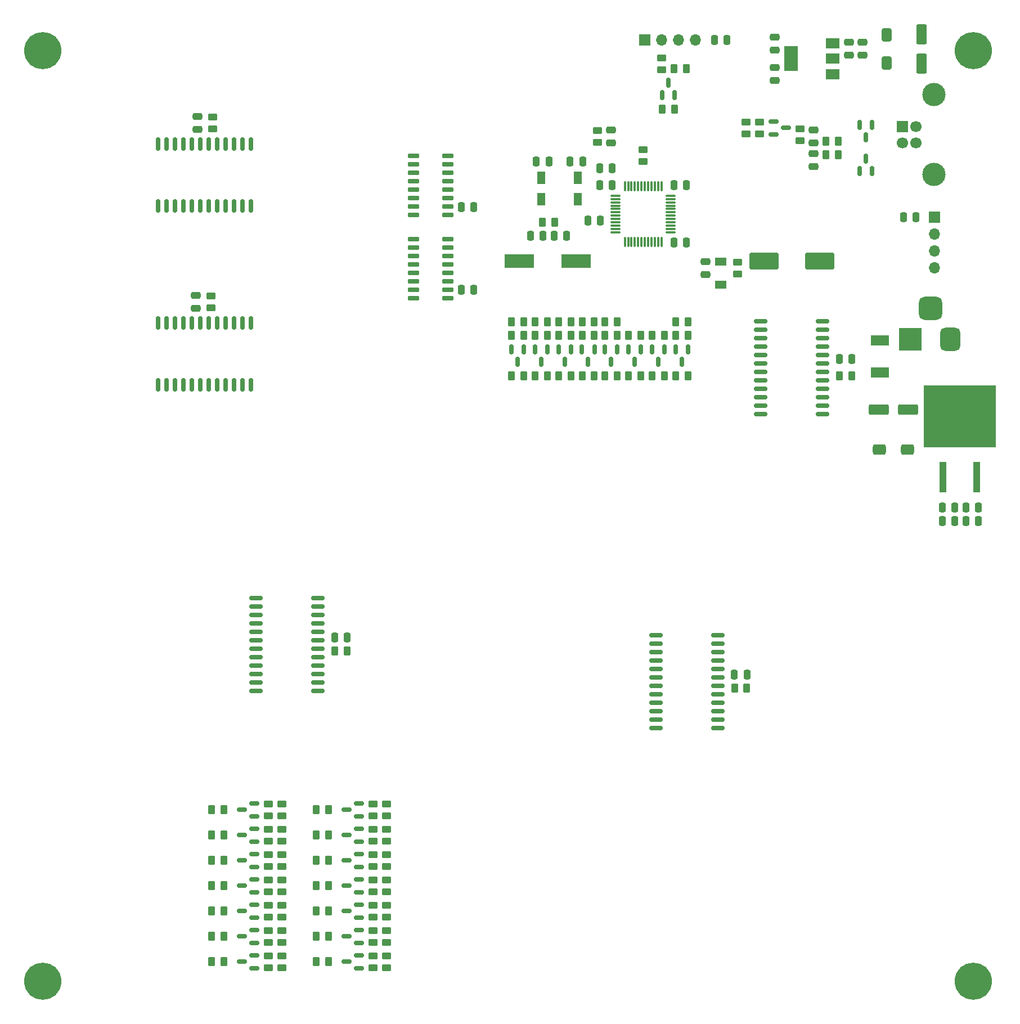
<source format=gbr>
%TF.GenerationSoftware,KiCad,Pcbnew,6.0.7-f9a2dced07~116~ubuntu20.04.1*%
%TF.CreationDate,2022-10-07T18:50:10+02:00*%
%TF.ProjectId,dcf77,64636637-372e-46b6-9963-61645f706362,rev?*%
%TF.SameCoordinates,Original*%
%TF.FileFunction,Soldermask,Top*%
%TF.FilePolarity,Negative*%
%FSLAX46Y46*%
G04 Gerber Fmt 4.6, Leading zero omitted, Abs format (unit mm)*
G04 Created by KiCad (PCBNEW 6.0.7-f9a2dced07~116~ubuntu20.04.1) date 2022-10-07 18:50:10*
%MOMM*%
%LPD*%
G01*
G04 APERTURE LIST*
G04 Aperture macros list*
%AMRoundRect*
0 Rectangle with rounded corners*
0 $1 Rounding radius*
0 $2 $3 $4 $5 $6 $7 $8 $9 X,Y pos of 4 corners*
0 Add a 4 corners polygon primitive as box body*
4,1,4,$2,$3,$4,$5,$6,$7,$8,$9,$2,$3,0*
0 Add four circle primitives for the rounded corners*
1,1,$1+$1,$2,$3*
1,1,$1+$1,$4,$5*
1,1,$1+$1,$6,$7*
1,1,$1+$1,$8,$9*
0 Add four rect primitives between the rounded corners*
20,1,$1+$1,$2,$3,$4,$5,0*
20,1,$1+$1,$4,$5,$6,$7,0*
20,1,$1+$1,$6,$7,$8,$9,0*
20,1,$1+$1,$8,$9,$2,$3,0*%
G04 Aperture macros list end*
%ADD10R,1.100000X4.600000*%
%ADD11R,10.800000X9.400000*%
%ADD12RoundRect,0.250000X0.450000X-0.262500X0.450000X0.262500X-0.450000X0.262500X-0.450000X-0.262500X0*%
%ADD13RoundRect,0.150000X-0.875000X-0.150000X0.875000X-0.150000X0.875000X0.150000X-0.875000X0.150000X0*%
%ADD14RoundRect,0.150000X0.587500X0.150000X-0.587500X0.150000X-0.587500X-0.150000X0.587500X-0.150000X0*%
%ADD15RoundRect,0.250000X-0.475000X0.250000X-0.475000X-0.250000X0.475000X-0.250000X0.475000X0.250000X0*%
%ADD16RoundRect,0.250000X-0.262500X-0.450000X0.262500X-0.450000X0.262500X0.450000X-0.262500X0.450000X0*%
%ADD17RoundRect,0.150000X0.150000X-0.587500X0.150000X0.587500X-0.150000X0.587500X-0.150000X-0.587500X0*%
%ADD18RoundRect,0.250000X-0.250000X-0.475000X0.250000X-0.475000X0.250000X0.475000X-0.250000X0.475000X0*%
%ADD19RoundRect,0.250000X-0.450000X0.262500X-0.450000X-0.262500X0.450000X-0.262500X0.450000X0.262500X0*%
%ADD20RoundRect,0.250000X0.262500X0.450000X-0.262500X0.450000X-0.262500X-0.450000X0.262500X-0.450000X0*%
%ADD21RoundRect,0.250000X0.250000X0.475000X-0.250000X0.475000X-0.250000X-0.475000X0.250000X-0.475000X0*%
%ADD22R,3.500000X3.500000*%
%ADD23RoundRect,0.750000X0.750000X1.000000X-0.750000X1.000000X-0.750000X-1.000000X0.750000X-1.000000X0*%
%ADD24RoundRect,0.875000X0.875000X0.875000X-0.875000X0.875000X-0.875000X-0.875000X0.875000X-0.875000X0*%
%ADD25RoundRect,0.150000X-0.150000X0.587500X-0.150000X-0.587500X0.150000X-0.587500X0.150000X0.587500X0*%
%ADD26RoundRect,0.250000X-1.250000X-0.550000X1.250000X-0.550000X1.250000X0.550000X-1.250000X0.550000X0*%
%ADD27R,1.700000X1.300000*%
%ADD28C,5.600000*%
%ADD29RoundRect,0.150000X-0.725000X-0.150000X0.725000X-0.150000X0.725000X0.150000X-0.725000X0.150000X0*%
%ADD30RoundRect,0.150000X0.150000X-0.875000X0.150000X0.875000X-0.150000X0.875000X-0.150000X-0.875000X0*%
%ADD31R,1.700000X1.700000*%
%ADD32C,1.700000*%
%ADD33C,3.500000*%
%ADD34O,1.700000X1.700000*%
%ADD35R,2.000000X1.500000*%
%ADD36R,2.000000X3.800000*%
%ADD37RoundRect,0.150000X-0.587500X-0.150000X0.587500X-0.150000X0.587500X0.150000X-0.587500X0.150000X0*%
%ADD38RoundRect,0.250000X0.475000X-0.250000X0.475000X0.250000X-0.475000X0.250000X-0.475000X-0.250000X0*%
%ADD39RoundRect,0.250000X0.550000X-1.250000X0.550000X1.250000X-0.550000X1.250000X-0.550000X-1.250000X0*%
%ADD40R,2.700000X1.500000*%
%ADD41RoundRect,0.250000X-1.950000X-1.000000X1.950000X-1.000000X1.950000X1.000000X-1.950000X1.000000X0*%
%ADD42R,4.500000X2.000000*%
%ADD43RoundRect,0.400000X-0.400000X0.600000X-0.400000X-0.600000X0.400000X-0.600000X0.400000X0.600000X0*%
%ADD44RoundRect,0.075000X-0.662500X-0.075000X0.662500X-0.075000X0.662500X0.075000X-0.662500X0.075000X0*%
%ADD45RoundRect,0.075000X-0.075000X-0.662500X0.075000X-0.662500X0.075000X0.662500X-0.075000X0.662500X0*%
%ADD46R,1.300000X1.900000*%
%ADD47RoundRect,0.400000X0.600000X0.400000X-0.600000X0.400000X-0.600000X-0.400000X0.600000X-0.400000X0*%
G04 APERTURE END LIST*
D10*
%TO.C,U501*%
X166540000Y-92150000D03*
D11*
X164000000Y-83000000D03*
D10*
X161460000Y-92150000D03*
%TD*%
D12*
%TO.C,R433*%
X75692000Y-146962500D03*
X75692000Y-145137500D03*
%TD*%
%TO.C,R421*%
X75692000Y-158392500D03*
X75692000Y-156567500D03*
%TD*%
D13*
%TO.C,U405*%
X58088000Y-110363000D03*
X58088000Y-111633000D03*
X58088000Y-112903000D03*
X58088000Y-114173000D03*
X58088000Y-115443000D03*
X58088000Y-116713000D03*
X58088000Y-117983000D03*
X58088000Y-119253000D03*
X58088000Y-120523000D03*
X58088000Y-121793000D03*
X58088000Y-123063000D03*
X58088000Y-124333000D03*
X67388000Y-124333000D03*
X67388000Y-123063000D03*
X67388000Y-121793000D03*
X67388000Y-120523000D03*
X67388000Y-119253000D03*
X67388000Y-117983000D03*
X67388000Y-116713000D03*
X67388000Y-115443000D03*
X67388000Y-114173000D03*
X67388000Y-112903000D03*
X67388000Y-111633000D03*
X67388000Y-110363000D03*
%TD*%
D14*
%TO.C,Q409*%
X73581500Y-147000000D03*
X73581500Y-145100000D03*
X71706500Y-146050000D03*
%TD*%
D15*
%TO.C,C513*%
X149352000Y-26736000D03*
X149352000Y-28636000D03*
%TD*%
D14*
%TO.C,Q404*%
X73581500Y-158430000D03*
X73581500Y-156530000D03*
X71706500Y-157480000D03*
%TD*%
D16*
%TO.C,R519*%
X117705500Y-70866000D03*
X119530500Y-70866000D03*
%TD*%
D17*
%TO.C,Q505*%
X119192000Y-34719500D03*
X121092000Y-34719500D03*
X120142000Y-32844500D03*
%TD*%
%TO.C,D506*%
X148910000Y-46149500D03*
X150810000Y-46149500D03*
X149860000Y-44274500D03*
%TD*%
D18*
%TO.C,C522*%
X127066000Y-26416000D03*
X128966000Y-26416000D03*
%TD*%
D12*
%TO.C,R441*%
X59944000Y-146962500D03*
X59944000Y-145137500D03*
%TD*%
D19*
%TO.C,R438*%
X61976000Y-148947500D03*
X61976000Y-150772500D03*
%TD*%
D20*
%TO.C,R515*%
X105457000Y-70845500D03*
X103632000Y-70845500D03*
%TD*%
D19*
%TO.C,R436*%
X77724000Y-141327500D03*
X77724000Y-143152500D03*
%TD*%
D12*
%TO.C,R417*%
X75692000Y-166012500D03*
X75692000Y-164187500D03*
%TD*%
D21*
%TO.C,C523*%
X109916000Y-53594000D03*
X108016000Y-53594000D03*
%TD*%
D22*
%TO.C,J501*%
X156560000Y-71442500D03*
D23*
X162560000Y-71442500D03*
D24*
X159560000Y-66742500D03*
%TD*%
D14*
%TO.C,Q401*%
X57833500Y-143190000D03*
X57833500Y-141290000D03*
X55958500Y-142240000D03*
%TD*%
D16*
%TO.C,R512*%
X103632000Y-68813500D03*
X105457000Y-68813500D03*
%TD*%
D18*
%TO.C,C504*%
X161356000Y-98806000D03*
X163256000Y-98806000D03*
%TD*%
D25*
%TO.C,Q501*%
X98382500Y-72956000D03*
X96482500Y-72956000D03*
X97432500Y-74831000D03*
%TD*%
D21*
%TO.C,C1*%
X111694000Y-45720000D03*
X109794000Y-45720000D03*
%TD*%
D19*
%TO.C,R440*%
X61976000Y-145137500D03*
X61976000Y-146962500D03*
%TD*%
D12*
%TO.C,R529*%
X61976000Y-166012500D03*
X61976000Y-164187500D03*
%TD*%
D21*
%TO.C,C510*%
X104836000Y-55880000D03*
X102936000Y-55880000D03*
%TD*%
D26*
%TO.C,C503*%
X151800000Y-82000000D03*
X156200000Y-82000000D03*
%TD*%
D16*
%TO.C,R521*%
X107141000Y-68834000D03*
X108966000Y-68834000D03*
%TD*%
D14*
%TO.C,Q412*%
X57833500Y-150810000D03*
X57833500Y-148910000D03*
X55958500Y-149860000D03*
%TD*%
D16*
%TO.C,R533*%
X121261500Y-70866000D03*
X123086500Y-70866000D03*
%TD*%
D27*
%TO.C,D501*%
X128016000Y-59718000D03*
X128016000Y-63218000D03*
%TD*%
D19*
%TO.C,R418*%
X77724000Y-160377500D03*
X77724000Y-162202500D03*
%TD*%
D14*
%TO.C,Q413*%
X57833500Y-147000000D03*
X57833500Y-145100000D03*
X55958500Y-146050000D03*
%TD*%
D28*
%TO.C,REF\u002A\u002A*%
X26000000Y-28000000D03*
%TD*%
D29*
%TO.C,U404*%
X81753000Y-43815000D03*
X81753000Y-45085000D03*
X81753000Y-46355000D03*
X81753000Y-47625000D03*
X81753000Y-48895000D03*
X81753000Y-50165000D03*
X81753000Y-51435000D03*
X81753000Y-52705000D03*
X86903000Y-52705000D03*
X86903000Y-51435000D03*
X86903000Y-50165000D03*
X86903000Y-48895000D03*
X86903000Y-47625000D03*
X86903000Y-46355000D03*
X86903000Y-45085000D03*
X86903000Y-43815000D03*
%TD*%
D20*
%TO.C,R506*%
X101901000Y-76941500D03*
X100076000Y-76941500D03*
%TD*%
D14*
%TO.C,Q408*%
X57833500Y-158430000D03*
X57833500Y-156530000D03*
X55958500Y-157480000D03*
%TD*%
%TO.C,Q402*%
X73581500Y-166050000D03*
X73581500Y-164150000D03*
X71706500Y-165100000D03*
%TD*%
D28*
%TO.C,REF\u002A\u002A*%
X166000000Y-168000000D03*
%TD*%
D30*
%TO.C,U402*%
X43307000Y-51386000D03*
X44577000Y-51386000D03*
X45847000Y-51386000D03*
X47117000Y-51386000D03*
X48387000Y-51386000D03*
X49657000Y-51386000D03*
X50927000Y-51386000D03*
X52197000Y-51386000D03*
X53467000Y-51386000D03*
X54737000Y-51386000D03*
X56007000Y-51386000D03*
X57277000Y-51386000D03*
X57277000Y-42086000D03*
X56007000Y-42086000D03*
X54737000Y-42086000D03*
X53467000Y-42086000D03*
X52197000Y-42086000D03*
X50927000Y-42086000D03*
X49657000Y-42086000D03*
X48387000Y-42086000D03*
X47117000Y-42086000D03*
X45847000Y-42086000D03*
X44577000Y-42086000D03*
X43307000Y-42086000D03*
%TD*%
D20*
%TO.C,R537*%
X112418500Y-70866000D03*
X110593500Y-70866000D03*
%TD*%
D25*
%TO.C,Q503*%
X105494500Y-72956000D03*
X103594500Y-72956000D03*
X104544500Y-74831000D03*
%TD*%
D19*
%TO.C,R507*%
X116332000Y-42879000D03*
X116332000Y-44704000D03*
%TD*%
D20*
%TO.C,R409*%
X53236500Y-146050000D03*
X51411500Y-146050000D03*
%TD*%
D31*
%TO.C,J504*%
X155347500Y-39390000D03*
D32*
X155347500Y-41890000D03*
X157347500Y-41890000D03*
X157347500Y-39390000D03*
D33*
X160057500Y-46660000D03*
X160057500Y-34620000D03*
%TD*%
D20*
%TO.C,R523*%
X122832500Y-30734000D03*
X121007500Y-30734000D03*
%TD*%
D14*
%TO.C,Q410*%
X57833500Y-154620000D03*
X57833500Y-152720000D03*
X55958500Y-153670000D03*
%TD*%
D12*
%TO.C,R439*%
X59944000Y-150772500D03*
X59944000Y-148947500D03*
%TD*%
D19*
%TO.C,R516*%
X119126000Y-29059500D03*
X119126000Y-30884500D03*
%TD*%
D16*
%TO.C,R536*%
X110593500Y-68834000D03*
X112418500Y-68834000D03*
%TD*%
D19*
%TO.C,R414*%
X61976000Y-141327500D03*
X61976000Y-143152500D03*
%TD*%
D12*
%TO.C,R435*%
X59944000Y-154582500D03*
X59944000Y-152757500D03*
%TD*%
D14*
%TO.C,Q407*%
X73581500Y-150810000D03*
X73581500Y-148910000D03*
X71706500Y-149860000D03*
%TD*%
D20*
%TO.C,R404*%
X68984500Y-153670000D03*
X67159500Y-153670000D03*
%TD*%
D31*
%TO.C,J502*%
X116596000Y-26416000D03*
D34*
X119136000Y-26416000D03*
X121676000Y-26416000D03*
X124216000Y-26416000D03*
%TD*%
D18*
%TO.C,C403*%
X88966000Y-51562000D03*
X90866000Y-51562000D03*
%TD*%
D20*
%TO.C,R517*%
X121054500Y-36830000D03*
X119229500Y-36830000D03*
%TD*%
D35*
%TO.C,U502*%
X144882000Y-31510000D03*
D36*
X138582000Y-29210000D03*
D35*
X144882000Y-29210000D03*
X144882000Y-26910000D03*
%TD*%
D19*
%TO.C,R532*%
X59944000Y-164187500D03*
X59944000Y-166012500D03*
%TD*%
D18*
%TO.C,C404*%
X88966000Y-64008000D03*
X90866000Y-64008000D03*
%TD*%
D16*
%TO.C,R511*%
X103632000Y-76941500D03*
X105457000Y-76941500D03*
%TD*%
D20*
%TO.C,R401*%
X68984500Y-142240000D03*
X67159500Y-142240000D03*
%TD*%
%TO.C,R413*%
X53236500Y-161290000D03*
X51411500Y-161290000D03*
%TD*%
D16*
%TO.C,R514*%
X114149500Y-76962000D03*
X115974500Y-76962000D03*
%TD*%
D19*
%TO.C,R505*%
X130556000Y-59793500D03*
X130556000Y-61618500D03*
%TD*%
D28*
%TO.C,REF\u002A\u002A*%
X26000000Y-168000000D03*
%TD*%
D21*
%TO.C,C512*%
X102169000Y-44704000D03*
X100269000Y-44704000D03*
%TD*%
D16*
%TO.C,R526*%
X121261500Y-76962000D03*
X123086500Y-76962000D03*
%TD*%
D25*
%TO.C,Q510*%
X123124000Y-72976500D03*
X121224000Y-72976500D03*
X122174000Y-74851500D03*
%TD*%
D20*
%TO.C,R509*%
X101901000Y-70845500D03*
X100076000Y-70845500D03*
%TD*%
D37*
%TO.C,Q508*%
X135968500Y-38674000D03*
X135968500Y-40574000D03*
X137843500Y-39624000D03*
%TD*%
D14*
%TO.C,Q406*%
X57833500Y-162240000D03*
X57833500Y-160340000D03*
X55958500Y-161290000D03*
%TD*%
D20*
%TO.C,R534*%
X145692500Y-43688000D03*
X143867500Y-43688000D03*
%TD*%
%TO.C,R406*%
X68984500Y-161290000D03*
X67159500Y-161290000D03*
%TD*%
D18*
%TO.C,C201*%
X130048000Y-121854000D03*
X131948000Y-121854000D03*
%TD*%
D20*
%TO.C,R407*%
X68984500Y-165100000D03*
X67159500Y-165100000D03*
%TD*%
D28*
%TO.C,REF\u002A\u002A*%
X166000000Y-28000000D03*
%TD*%
D19*
%TO.C,R424*%
X61976000Y-160377500D03*
X61976000Y-162202500D03*
%TD*%
%TO.C,R428*%
X51308000Y-64873500D03*
X51308000Y-66698500D03*
%TD*%
D20*
%TO.C,R518*%
X108966000Y-76962000D03*
X107141000Y-76962000D03*
%TD*%
D12*
%TO.C,R431*%
X59944000Y-158392500D03*
X59944000Y-156567500D03*
%TD*%
%TO.C,R527*%
X131826000Y-40536500D03*
X131826000Y-38711500D03*
%TD*%
D16*
%TO.C,R513*%
X114149500Y-70866000D03*
X115974500Y-70866000D03*
%TD*%
%TO.C,R508*%
X100076000Y-68813500D03*
X101901000Y-68813500D03*
%TD*%
D38*
%TO.C,C401*%
X49022000Y-66736000D03*
X49022000Y-64836000D03*
%TD*%
D25*
%TO.C,D505*%
X150810000Y-39194500D03*
X148910000Y-39194500D03*
X149860000Y-41069500D03*
%TD*%
D20*
%TO.C,R411*%
X53236500Y-153670000D03*
X51411500Y-153670000D03*
%TD*%
%TO.C,R531*%
X145692500Y-41656000D03*
X143867500Y-41656000D03*
%TD*%
D39*
%TO.C,C517*%
X158250000Y-29950000D03*
X158250000Y-25550000D03*
%TD*%
D19*
%TO.C,R416*%
X77724000Y-164187500D03*
X77724000Y-166012500D03*
%TD*%
D25*
%TO.C,Q502*%
X101938500Y-72956000D03*
X100038500Y-72956000D03*
X100988500Y-74831000D03*
%TD*%
%TO.C,Q504*%
X116012000Y-72976500D03*
X114112000Y-72976500D03*
X115062000Y-74851500D03*
%TD*%
D14*
%TO.C,Q405*%
X73581500Y-154620000D03*
X73581500Y-152720000D03*
X71706500Y-153670000D03*
%TD*%
D19*
%TO.C,R430*%
X61976000Y-156567500D03*
X61976000Y-158392500D03*
%TD*%
D18*
%TO.C,C511*%
X105349000Y-44704000D03*
X107249000Y-44704000D03*
%TD*%
D16*
%TO.C,R502*%
X96520000Y-68813500D03*
X98345000Y-68813500D03*
%TD*%
D15*
%TO.C,C502*%
X125730000Y-59756000D03*
X125730000Y-61656000D03*
%TD*%
D20*
%TO.C,R528*%
X123086500Y-68834000D03*
X121261500Y-68834000D03*
%TD*%
D12*
%TO.C,R530*%
X139954000Y-41552500D03*
X139954000Y-39727500D03*
%TD*%
D20*
%TO.C,R403*%
X68984500Y-149860000D03*
X67159500Y-149860000D03*
%TD*%
D14*
%TO.C,Q509*%
X57833500Y-166050000D03*
X57833500Y-164150000D03*
X55958500Y-165100000D03*
%TD*%
D38*
%TO.C,C521*%
X49276000Y-39812000D03*
X49276000Y-37912000D03*
%TD*%
D16*
%TO.C,R524*%
X51411500Y-165100000D03*
X53236500Y-165100000D03*
%TD*%
D20*
%TO.C,R201*%
X131910500Y-123952000D03*
X130085500Y-123952000D03*
%TD*%
D40*
%TO.C,D502*%
X152000000Y-76400000D03*
X152000000Y-71600000D03*
%TD*%
D20*
%TO.C,R402*%
X68984500Y-146050000D03*
X67159500Y-146050000D03*
%TD*%
%TO.C,R405*%
X68984500Y-157480000D03*
X67159500Y-157480000D03*
%TD*%
D41*
%TO.C,C501*%
X134484000Y-59690000D03*
X142884000Y-59690000D03*
%TD*%
D38*
%TO.C,C508*%
X111506000Y-41844000D03*
X111506000Y-39944000D03*
%TD*%
D12*
%TO.C,R503*%
X109474000Y-41806500D03*
X109474000Y-39981500D03*
%TD*%
D18*
%TO.C,C526*%
X120970000Y-48260000D03*
X122870000Y-48260000D03*
%TD*%
D42*
%TO.C,Y501*%
X106231000Y-59690000D03*
X97731000Y-59690000D03*
%TD*%
D12*
%TO.C,R437*%
X75692000Y-143152500D03*
X75692000Y-141327500D03*
%TD*%
%TO.C,R423*%
X75692000Y-154582500D03*
X75692000Y-152757500D03*
%TD*%
D21*
%TO.C,C507*%
X166812000Y-98806000D03*
X164912000Y-98806000D03*
%TD*%
D19*
%TO.C,R432*%
X77724000Y-145137500D03*
X77724000Y-146962500D03*
%TD*%
%TO.C,R422*%
X77724000Y-152757500D03*
X77724000Y-154582500D03*
%TD*%
D12*
%TO.C,R415*%
X59944000Y-143152500D03*
X59944000Y-141327500D03*
%TD*%
D14*
%TO.C,Q403*%
X73581500Y-162240000D03*
X73581500Y-160340000D03*
X71706500Y-161290000D03*
%TD*%
D25*
%TO.C,Q506*%
X119568000Y-72976500D03*
X117668000Y-72976500D03*
X118618000Y-74851500D03*
%TD*%
D20*
%TO.C,R442*%
X71778500Y-118364000D03*
X69953500Y-118364000D03*
%TD*%
D12*
%TO.C,R425*%
X59944000Y-162202500D03*
X59944000Y-160377500D03*
%TD*%
D18*
%TO.C,C301*%
X145862000Y-74422000D03*
X147762000Y-74422000D03*
%TD*%
D19*
%TO.C,R525*%
X133858000Y-38711500D03*
X133858000Y-40536500D03*
%TD*%
D31*
%TO.C,J503*%
X160217000Y-53096000D03*
D34*
X160217000Y-55636000D03*
X160217000Y-58176000D03*
X160217000Y-60716000D03*
%TD*%
D21*
%TO.C,C506*%
X166812000Y-96774000D03*
X164912000Y-96774000D03*
%TD*%
D20*
%TO.C,R504*%
X98345000Y-70845500D03*
X96520000Y-70845500D03*
%TD*%
D25*
%TO.C,Q507*%
X109003500Y-72976500D03*
X107103500Y-72976500D03*
X108053500Y-74851500D03*
%TD*%
D19*
%TO.C,R434*%
X61976000Y-152757500D03*
X61976000Y-154582500D03*
%TD*%
D15*
%TO.C,C516*%
X136144000Y-30546000D03*
X136144000Y-32446000D03*
%TD*%
D18*
%TO.C,C402*%
X69916000Y-116332000D03*
X71816000Y-116332000D03*
%TD*%
D19*
%TO.C,R427*%
X51562000Y-37949500D03*
X51562000Y-39774500D03*
%TD*%
D30*
%TO.C,U403*%
X43307000Y-78310000D03*
X44577000Y-78310000D03*
X45847000Y-78310000D03*
X47117000Y-78310000D03*
X48387000Y-78310000D03*
X49657000Y-78310000D03*
X50927000Y-78310000D03*
X52197000Y-78310000D03*
X53467000Y-78310000D03*
X54737000Y-78310000D03*
X56007000Y-78310000D03*
X57277000Y-78310000D03*
X57277000Y-69010000D03*
X56007000Y-69010000D03*
X54737000Y-69010000D03*
X53467000Y-69010000D03*
X52197000Y-69010000D03*
X50927000Y-69010000D03*
X49657000Y-69010000D03*
X48387000Y-69010000D03*
X47117000Y-69010000D03*
X45847000Y-69010000D03*
X44577000Y-69010000D03*
X43307000Y-69010000D03*
%TD*%
D19*
%TO.C,R420*%
X77724000Y-156567500D03*
X77724000Y-158392500D03*
%TD*%
D43*
%TO.C,FB502*%
X153000000Y-29850000D03*
X153000000Y-25650000D03*
%TD*%
D20*
%TO.C,R520*%
X119530500Y-76962000D03*
X117705500Y-76962000D03*
%TD*%
%TO.C,R412*%
X53236500Y-157480000D03*
X51411500Y-157480000D03*
%TD*%
D18*
%TO.C,C525*%
X120970000Y-56896000D03*
X122870000Y-56896000D03*
%TD*%
D44*
%TO.C,U503*%
X112169500Y-49828000D03*
X112169500Y-50328000D03*
X112169500Y-50828000D03*
X112169500Y-51328000D03*
X112169500Y-51828000D03*
X112169500Y-52328000D03*
X112169500Y-52828000D03*
X112169500Y-53328000D03*
X112169500Y-53828000D03*
X112169500Y-54328000D03*
X112169500Y-54828000D03*
X112169500Y-55328000D03*
D45*
X113582000Y-56740500D03*
X114082000Y-56740500D03*
X114582000Y-56740500D03*
X115082000Y-56740500D03*
X115582000Y-56740500D03*
X116082000Y-56740500D03*
X116582000Y-56740500D03*
X117082000Y-56740500D03*
X117582000Y-56740500D03*
X118082000Y-56740500D03*
X118582000Y-56740500D03*
X119082000Y-56740500D03*
D44*
X120494500Y-55328000D03*
X120494500Y-54828000D03*
X120494500Y-54328000D03*
X120494500Y-53828000D03*
X120494500Y-53328000D03*
X120494500Y-52828000D03*
X120494500Y-52328000D03*
X120494500Y-51828000D03*
X120494500Y-51328000D03*
X120494500Y-50828000D03*
X120494500Y-50328000D03*
X120494500Y-49828000D03*
D45*
X119082000Y-48415500D03*
X118582000Y-48415500D03*
X118082000Y-48415500D03*
X117582000Y-48415500D03*
X117082000Y-48415500D03*
X116582000Y-48415500D03*
X116082000Y-48415500D03*
X115582000Y-48415500D03*
X115082000Y-48415500D03*
X114582000Y-48415500D03*
X114082000Y-48415500D03*
X113582000Y-48415500D03*
%TD*%
D16*
%TO.C,R535*%
X110593500Y-76962000D03*
X112418500Y-76962000D03*
%TD*%
D20*
%TO.C,R510*%
X103020500Y-53848000D03*
X101195500Y-53848000D03*
%TD*%
%TO.C,R408*%
X53236500Y-142240000D03*
X51411500Y-142240000D03*
%TD*%
D19*
%TO.C,R426*%
X77724000Y-148947500D03*
X77724000Y-150772500D03*
%TD*%
D21*
%TO.C,C518*%
X157414000Y-53086000D03*
X155514000Y-53086000D03*
%TD*%
D13*
%TO.C,U201*%
X118286000Y-115951000D03*
X118286000Y-117221000D03*
X118286000Y-118491000D03*
X118286000Y-119761000D03*
X118286000Y-121031000D03*
X118286000Y-122301000D03*
X118286000Y-123571000D03*
X118286000Y-124841000D03*
X118286000Y-126111000D03*
X118286000Y-127381000D03*
X118286000Y-128651000D03*
X118286000Y-129921000D03*
X127586000Y-129921000D03*
X127586000Y-128651000D03*
X127586000Y-127381000D03*
X127586000Y-126111000D03*
X127586000Y-124841000D03*
X127586000Y-123571000D03*
X127586000Y-122301000D03*
X127586000Y-121031000D03*
X127586000Y-119761000D03*
X127586000Y-118491000D03*
X127586000Y-117221000D03*
X127586000Y-115951000D03*
%TD*%
D25*
%TO.C,Q511*%
X112456000Y-72976500D03*
X110556000Y-72976500D03*
X111506000Y-74851500D03*
%TD*%
D18*
%TO.C,C509*%
X99380000Y-55880000D03*
X101280000Y-55880000D03*
%TD*%
D12*
%TO.C,R429*%
X75692000Y-150772500D03*
X75692000Y-148947500D03*
%TD*%
D38*
%TO.C,C520*%
X141986000Y-41844000D03*
X141986000Y-39944000D03*
%TD*%
D15*
%TO.C,C519*%
X141986000Y-43500000D03*
X141986000Y-45400000D03*
%TD*%
D16*
%TO.C,R501*%
X96520000Y-76941500D03*
X98345000Y-76941500D03*
%TD*%
D20*
%TO.C,R410*%
X53236500Y-149860000D03*
X51411500Y-149860000D03*
%TD*%
D46*
%TO.C,Y502*%
X106509000Y-47168000D03*
X101009000Y-47168000D03*
X101009000Y-50368000D03*
X106509000Y-50368000D03*
%TD*%
D38*
%TO.C,C515*%
X136144000Y-27874000D03*
X136144000Y-25974000D03*
%TD*%
D12*
%TO.C,R419*%
X75692000Y-162202500D03*
X75692000Y-160377500D03*
%TD*%
D18*
%TO.C,C505*%
X161356000Y-96774000D03*
X163256000Y-96774000D03*
%TD*%
D20*
%TO.C,R301*%
X147724500Y-76962000D03*
X145899500Y-76962000D03*
%TD*%
D15*
%TO.C,C514*%
X147320000Y-26736000D03*
X147320000Y-28636000D03*
%TD*%
D20*
%TO.C,R522*%
X108966000Y-70866000D03*
X107141000Y-70866000D03*
%TD*%
D13*
%TO.C,U301*%
X134034000Y-68707000D03*
X134034000Y-69977000D03*
X134034000Y-71247000D03*
X134034000Y-72517000D03*
X134034000Y-73787000D03*
X134034000Y-75057000D03*
X134034000Y-76327000D03*
X134034000Y-77597000D03*
X134034000Y-78867000D03*
X134034000Y-80137000D03*
X134034000Y-81407000D03*
X134034000Y-82677000D03*
X143334000Y-82677000D03*
X143334000Y-81407000D03*
X143334000Y-80137000D03*
X143334000Y-78867000D03*
X143334000Y-77597000D03*
X143334000Y-76327000D03*
X143334000Y-75057000D03*
X143334000Y-73787000D03*
X143334000Y-72517000D03*
X143334000Y-71247000D03*
X143334000Y-69977000D03*
X143334000Y-68707000D03*
%TD*%
D29*
%TO.C,U401*%
X81753000Y-56388000D03*
X81753000Y-57658000D03*
X81753000Y-58928000D03*
X81753000Y-60198000D03*
X81753000Y-61468000D03*
X81753000Y-62738000D03*
X81753000Y-64008000D03*
X81753000Y-65278000D03*
X86903000Y-65278000D03*
X86903000Y-64008000D03*
X86903000Y-62738000D03*
X86903000Y-61468000D03*
X86903000Y-60198000D03*
X86903000Y-58928000D03*
X86903000Y-57658000D03*
X86903000Y-56388000D03*
%TD*%
D21*
%TO.C,C524*%
X111694000Y-48260000D03*
X109794000Y-48260000D03*
%TD*%
D14*
%TO.C,Q411*%
X73581500Y-143190000D03*
X73581500Y-141290000D03*
X71706500Y-142240000D03*
%TD*%
D47*
%TO.C,FB501*%
X151900000Y-88000000D03*
X156100000Y-88000000D03*
%TD*%
M02*

</source>
